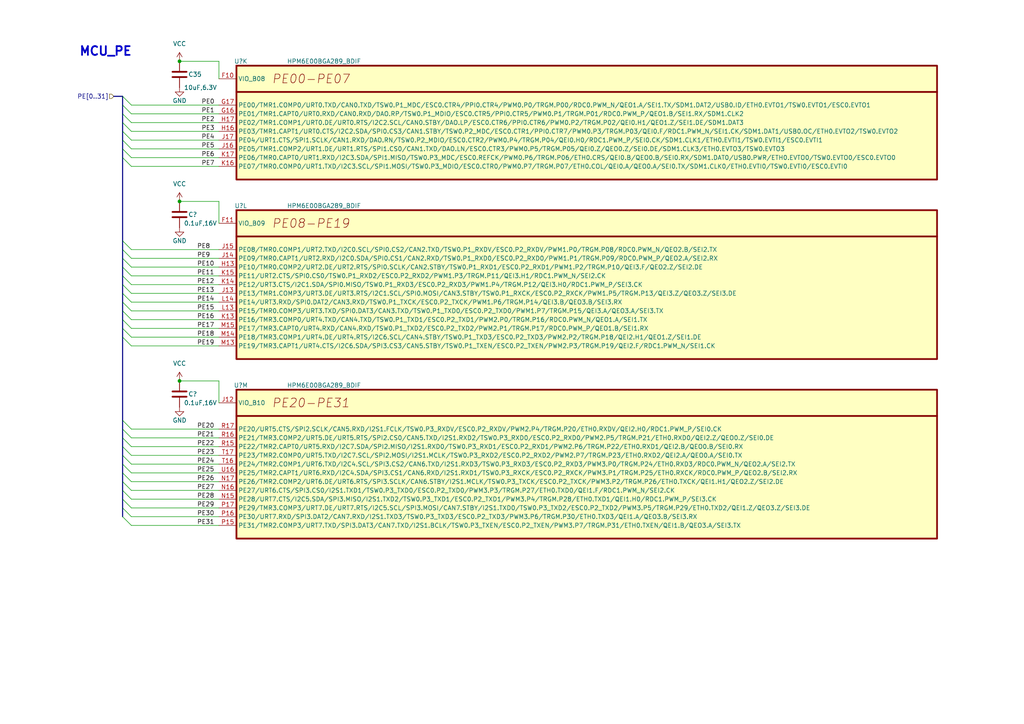
<source format=kicad_sch>
(kicad_sch (version 20230121) (generator eeschema)
  (paper "A4")
  (title_block (title "HPM6E00FULLPORTRevB") (date "2024-09-12") (rev "RevA") (comment 1 "MCU_PE"))
  (junction (at 52.07 17.78))
  (junction (at 52.07 58.42))
  (junction (at 52.07 110.49))
  (bus_entry (at 35.56 85.09) (size 2.54 2.54))
  (bus_entry (at 35.56 30.48) (size 2.54 2.54))
  (bus_entry (at 35.56 77.47) (size 2.54 2.54))
  (bus_entry (at 35.56 92.71) (size 2.54 2.54))
  (bus_entry (at 35.56 142.24) (size 2.54 2.54))
  (bus_entry (at 35.56 33.02) (size 2.54 2.54))
  (bus_entry (at 35.56 137.16) (size 2.54 2.54))
  (bus_entry (at 35.56 27.94) (size 2.54 2.54))
  (bus_entry (at 35.56 90.17) (size 2.54 2.54))
  (bus_entry (at 35.56 43.18) (size 2.54 2.54))
  (bus_entry (at 35.56 69.85) (size 2.54 2.54))
  (bus_entry (at 35.56 149.86) (size 2.54 2.54))
  (bus_entry (at 35.56 87.63) (size 2.54 2.54))
  (bus_entry (at 35.56 129.54) (size 2.54 2.54))
  (bus_entry (at 35.56 40.64) (size 2.54 2.54))
  (bus_entry (at 35.56 35.56) (size 2.54 2.54))
  (bus_entry (at 35.56 82.55) (size 2.54 2.54))
  (bus_entry (at 35.56 132.08) (size 2.54 2.54))
  (bus_entry (at 35.56 134.62) (size 2.54 2.54))
  (bus_entry (at 35.56 144.78) (size 2.54 2.54))
  (bus_entry (at 35.56 80.01) (size 2.54 2.54))
  (bus_entry (at 35.56 72.39) (size 2.54 2.54))
  (bus_entry (at 35.56 97.79) (size 2.54 2.54))
  (bus_entry (at 35.56 121.92) (size 2.54 2.54))
  (bus_entry (at 35.56 147.32) (size 2.54 2.54))
  (bus_entry (at 35.56 139.7) (size 2.54 2.54))
  (bus_entry (at 35.56 124.46) (size 2.54 2.54))
  (bus_entry (at 35.56 95.25) (size 2.54 2.54))
  (bus_entry (at 35.56 45.72) (size 2.54 2.54))
  (bus_entry (at 35.56 38.1) (size 2.54 2.54))
  (bus_entry (at 35.56 127) (size 2.54 2.54))
  (bus_entry (at 35.56 74.93) (size 2.54 2.54))
  (wire (pts (xy 38.1 48.26) (xy 63.5 48.26)))
  (wire (pts (xy 38.1 40.64) (xy 63.5 40.64)))
  (bus (pts (xy 35.56 33.02) (xy 35.56 35.56)))
  (wire (pts (xy 38.1 35.56) (xy 63.5 35.56)))
  (wire (pts (xy 38.1 129.54) (xy 63.5 129.54)))
  (wire (pts (xy 63.5 58.42) (xy 63.5 64.77)))
  (wire (pts (xy 38.1 38.1) (xy 63.5 38.1)))
  (bus (pts (xy 35.56 121.92) (xy 35.56 124.46)))
  (bus (pts (xy 35.56 124.46) (xy 35.56 127)))
  (wire (pts (xy 38.1 100.33) (xy 63.5 100.33)))
  (wire (pts (xy 38.1 85.09) (xy 63.5 85.09)))
  (bus (pts (xy 35.56 72.39) (xy 35.56 74.93)))
  (bus (pts (xy 35.56 87.63) (xy 35.56 90.17)))
  (bus (pts (xy 35.56 132.08) (xy 35.56 134.62)))
  (wire (pts (xy 38.1 30.48) (xy 63.5 30.48)))
  (bus (pts (xy 35.56 38.1) (xy 35.56 40.64)))
  (wire (pts (xy 38.1 144.78) (xy 63.5 144.78)))
  (wire (pts (xy 63.5 110.49) (xy 63.5 116.84)))
  (bus (pts (xy 35.56 69.85) (xy 35.56 72.39)))
  (bus (pts (xy 35.56 74.93) (xy 35.56 77.47)))
  (bus (pts (xy 35.56 27.94) (xy 35.56 30.48)))
  (wire (pts (xy 38.1 147.32) (xy 63.5 147.32)))
  (bus (pts (xy 33.02 27.94) (xy 35.56 27.94)))
  (wire (pts (xy 38.1 95.25) (xy 63.5 95.25)))
  (bus (pts (xy 35.56 97.79) (xy 35.56 121.92)))
  (bus (pts (xy 35.56 129.54) (xy 35.56 132.08)))
  (bus (pts (xy 35.56 92.71) (xy 35.56 95.25)))
  (bus (pts (xy 35.56 40.64) (xy 35.56 43.18)))
  (wire (pts (xy 38.1 137.16) (xy 63.5 137.16)))
  (wire (pts (xy 38.1 72.39) (xy 63.5 72.39)))
  (wire (pts (xy 38.1 82.55) (xy 63.5 82.55)))
  (wire (pts (xy 38.1 92.71) (xy 63.5 92.71)))
  (wire (pts (xy 38.1 132.08) (xy 63.5 132.08)))
  (wire (pts (xy 63.5 110.49) (xy 52.07 110.49)))
  (bus (pts (xy 35.56 80.01) (xy 35.56 82.55)))
  (bus (pts (xy 35.56 77.47) (xy 35.56 80.01)))
  (wire (pts (xy 38.1 127) (xy 63.5 127)))
  (wire (pts (xy 38.1 90.17) (xy 63.5 90.17)))
  (wire (pts (xy 38.1 43.18) (xy 63.5 43.18)))
  (wire (pts (xy 63.5 17.78) (xy 52.07 17.78)))
  (bus (pts (xy 35.56 90.17) (xy 35.56 92.71)))
  (wire (pts (xy 38.1 33.02) (xy 63.5 33.02)))
  (wire (pts (xy 63.5 17.78) (xy 63.5 22.86)))
  (wire (pts (xy 38.1 152.4) (xy 63.5 152.4)))
  (bus (pts (xy 35.56 127) (xy 35.56 129.54)))
  (wire (pts (xy 38.1 149.86) (xy 63.5 149.86)))
  (bus (pts (xy 35.56 82.55) (xy 35.56 85.09)))
  (bus (pts (xy 35.56 147.32) (xy 35.56 149.86)))
  (wire (pts (xy 38.1 134.62) (xy 63.5 134.62)))
  (bus (pts (xy 35.56 139.7) (xy 35.56 142.24)))
  (wire (pts (xy 38.1 142.24) (xy 63.5 142.24)))
  (bus (pts (xy 35.56 85.09) (xy 35.56 87.63)))
  (bus (pts (xy 35.56 142.24) (xy 35.56 144.78)))
  (bus (pts (xy 35.56 45.72) (xy 35.56 69.85)))
  (wire (pts (xy 38.1 80.01) (xy 63.5 80.01)))
  (bus (pts (xy 35.56 144.78) (xy 35.56 147.32)))
  (wire (pts (xy 38.1 124.46) (xy 63.5 124.46)))
  (bus (pts (xy 35.56 95.25) (xy 35.56 97.79)))
  (wire (pts (xy 38.1 87.63) (xy 63.5 87.63)))
  (bus (pts (xy 35.56 134.62) (xy 35.56 137.16)))
  (bus (pts (xy 35.56 43.18) (xy 35.56 45.72)))
  (wire (pts (xy 63.5 58.42) (xy 52.07 58.42)))
  (wire (pts (xy 38.1 74.93) (xy 63.5 74.93)))
  (bus (pts (xy 35.56 30.48) (xy 35.56 33.02)))
  (wire (pts (xy 38.1 45.72) (xy 63.5 45.72)))
  (bus (pts (xy 35.56 137.16) (xy 35.56 139.7)))
  (bus (pts (xy 35.56 35.56) (xy 35.56 38.1)))
  (wire (pts (xy 38.1 77.47) (xy 63.5 77.47)))
  (wire (pts (xy 38.1 97.79) (xy 63.5 97.79)))
  (wire (pts (xy 38.1 139.7) (xy 63.5 139.7)))
  (text "MCU_PE" (at 22.86 16.51 0) (effects (font (size 2.54 2.54) (thickness 0.508) bold) (justify left bottom)))
  (label "PE7" (at 58.42 48.26 0))
  (label "PE4" (at 58.42 40.64 0))
  (label "PE14" (at 57.15 87.63 0))
  (label "PE22" (at 57.15 129.54 0))
  (label "PE8" (at 57.15 72.39 0))
  (label "PE12" (at 57.15 82.55 0))
  (label "PE24" (at 57.15 134.62 0))
  (label "PE31" (at 57.15 152.4 0))
  (label "PE28" (at 57.15 144.78 0))
  (label "PE16" (at 57.15 92.71 0))
  (label "PE29" (at 57.15 147.32 0))
  (label "PE19" (at 57.15 100.33 0))
  (label "PE27" (at 57.15 142.24 0))
  (label "PE20" (at 57.15 124.46 0))
  (label "PE0" (at 58.42 30.48 0))
  (label "PE6" (at 58.42 45.72 0))
  (label "PE30" (at 57.15 149.86 0))
  (label "PE25" (at 57.15 137.16 0))
  (label "PE18" (at 57.15 97.79 0))
  (label "PE21" (at 57.15 127 0))
  (label "PE1" (at 58.42 33.02 0))
  (label "PE5" (at 58.42 43.18 0))
  (label "PE13" (at 57.15 85.09 0))
  (label "PE11" (at 57.15 80.01 0))
  (label "PE15" (at 57.15 90.17 0))
  (label "PE2" (at 58.42 35.56 0))
  (label "PE17" (at 57.15 95.25 0))
  (label "PE9" (at 57.15 74.93 0))
  (label "PE3" (at 58.42 38.1 0))
  (label "PE23" (at 57.15 132.08 0))
  (label "PE26" (at 57.15 139.7 0))
  (label "PE10" (at 57.15 77.47 0))
  (hierarchical_label "PE[0..31]" (shape input) (at 33.02 27.94 180))
  (symbol (lib_id "00_HPM_power:VCC") (at 52.07 110.49 0) (unit 1)
    (property "Reference" "#PWR?" (effects hide))
    (property "Value" "VCC" (at 52.07 105.41 0))
    (instances (project "HPM6E00FULLPORTRevB" (path "" (reference "#PWR?") (unit 1)) (path "" (reference "#PWR072") (unit 1))))
  )
  (symbol (lib_id "99_HPM:HPM6E00BGA289_BDIF") (at 68.58 113.03 0) (unit 13)
    (property "Reference" "U?" (at 69.85 111.76 0))
    (property "Value" "HPM6E00BGA289_BDIF" (at 93.98 111.76 0))
    (property "Footprint" "00_HPM_Library:BGA-289_17x17_14.0x14.0mm" (effects hide))
    (instances (project "HPM6E00 SKT Board BGA289_BDIF REVA" (path "" (reference "U?") (unit 13))) (project "HPM6E00FULLPORTRevB" (path "" (reference "U?") (unit 13)) (path "" (reference "U2") (unit 13))))
  )
  (symbol (lib_id "99_HPM:HPM6E00BGA289_BDIF") (at 68.58 60.96 0) (unit 12)
    (property "Reference" "U?" (at 69.85 59.69 0))
    (property "Value" "HPM6E00BGA289_BDIF" (at 93.98 59.69 0))
    (property "Footprint" "00_HPM_Library:BGA-289_17x17_14.0x14.0mm" (effects hide))
    (instances (project "HPM6E00 SKT Board BGA289_BDIF REVA" (path "" (reference "U?") (unit 12))) (project "HPM6E00FULLPORTRevB" (path "" (reference "U?") (unit 12)) (path "" (reference "U2") (unit 12))))
  )
  (symbol (lib_id "power:GND") (at 52.07 118.11 0) (unit 1)
    (property "Reference" "#PWR?" (effects hide))
    (property "Value" "GND" (at 50.038 121.92 0) (effects (justify left)))
    (instances (project "HPM6E00 SKT Board BGA289_BDIF REVA" (path "" (reference "#PWR?") (unit 1)) (path "" (reference "#PWR?") (unit 1))) (project "HPM5300-CON-JTAG" (path "" (reference "#PWR?") (unit 1))) (project "HPM6E00FULLPORTRevB" (path "" (reference "#PWR?") (unit 1)) (path "" (reference "#PWR?") (unit 1)) (path "" (reference "#PWR?") (unit 1)) (path "" (reference "#PWR075") (unit 1))) (project "HPM5300 SKT Board LQFP100 REVA" (path "" (reference "#PWR?") (unit 1))))
  )
  (symbol (lib_id "03_HPM_Capacitance:10uF,6.3V_0402") (at 52.07 21.59 0) (unit 1)
    (property "Reference" "C35" (at 54.61 21.59 0) (effects (justify left)))
    (property "Value" "10uF,6.3V" (at 53.34 25.4 0) (effects (justify left)))
    (property "Footprint" "03_HPM_Capacitance:C_0402_1005Metric" (effects hide))
    (property "Model" "CL05A106MQ5NUNC" (effects hide))
    (property "Company" " SAMSUNG(三星)" (effects hide))
    (instances (project "HPM6E00FULLPORTRevB" (path "" (reference "C35") (unit 1)) (path "" (reference "C36") (unit 1))))
  )
  (symbol (lib_id "00_HPM_power:VCC") (at 52.07 58.42 0) (unit 1)
    (property "Reference" "#PWR?" (effects hide))
    (property "Value" "VCC" (at 52.07 53.34 0))
    (instances (project "HPM6E00FULLPORTRevB" (path "" (reference "#PWR?") (unit 1)) (path "" (reference "#PWR071") (unit 1))))
  )
  (symbol (lib_id "99_HPM:HPM6E00BGA289_BDIF") (at 68.58 19.05 0) (unit 11)
    (property "Reference" "U?" (at 69.85 17.78 0))
    (property "Value" "HPM6E00BGA289_BDIF" (at 93.98 17.78 0))
    (property "Footprint" "00_HPM_Library:BGA-289_17x17_14.0x14.0mm" (effects hide))
    (instances (project "HPM6E00 SKT Board BGA289_BDIF REVA" (path "" (reference "U?") (unit 11))) (project "HPM6E00FULLPORTRevB" (path "" (reference "U?") (unit 11)) (path "" (reference "U2") (unit 11))))
  )
  (symbol (lib_id "03_HPM_Capacitance:0.1uF,16V_0402") (at 52.07 62.23 0) (unit 1)
    (property "Reference" "C?" (at 54.61 62.23 0) (effects (justify left)))
    (property "Value" "0.1uF,16V" (at 53.34 64.77 0) (effects (justify left)))
    (property "Footprint" "03_HPM_Capacitance:C_0402_1005Metric" (effects hide))
    (property "Model" "CL05B104KO5NNNC" (effects hide))
    (property "Company" "SAMSUNG(三星)" (effects hide))
    (instances (project "HPM5300-USB-OSC" (path "" (reference "C?") (unit 1))) (project "HPM6E00 SKT Board BGA289_BDIF REVA" (path "" (reference "C?") (unit 1)) (path "" (reference "C?") (unit 1)) (path "" (reference "C?") (unit 1))) (project "HPM6E00FULLPORTRevB" (path "" (reference "C?") (unit 1)) (path "" (reference "C?") (unit 1)) (path "" (reference "C?") (unit 1)) (path "" (reference "C37") (unit 1))) (project "HPM5300 SKT Board LQFP100 REVA" (path "" (reference "C?") (unit 1))))
  )
  (symbol (lib_id "power:GND") (at 52.07 66.04 0) (unit 1)
    (property "Reference" "#PWR?" (effects hide))
    (property "Value" "GND" (at 50.038 69.85 0) (effects (justify left)))
    (instances (project "HPM6E00 SKT Board BGA289_BDIF REVA" (path "" (reference "#PWR?") (unit 1)) (path "" (reference "#PWR?") (unit 1))) (project "HPM5300-CON-JTAG" (path "" (reference "#PWR?") (unit 1))) (project "HPM6E00FULLPORTRevB" (path "" (reference "#PWR?") (unit 1)) (path "" (reference "#PWR?") (unit 1)) (path "" (reference "#PWR?") (unit 1)) (path "" (reference "#PWR074") (unit 1))) (project "HPM5300 SKT Board LQFP100 REVA" (path "" (reference "#PWR?") (unit 1))))
  )
  (symbol (lib_id "03_HPM_Capacitance:0.1uF,16V_0402") (at 52.07 114.3 0) (unit 1)
    (property "Reference" "C?" (at 54.61 114.3 0) (effects (justify left)))
    (property "Value" "0.1uF,16V" (at 53.34 116.84 0) (effects (justify left)))
    (property "Footprint" "03_HPM_Capacitance:C_0402_1005Metric" (effects hide))
    (property "Model" "CL05B104KO5NNNC" (effects hide))
    (property "Company" "SAMSUNG(三星)" (effects hide))
    (instances (project "HPM5300-USB-OSC" (path "" (reference "C?") (unit 1))) (project "HPM6E00 SKT Board BGA289_BDIF REVA" (path "" (reference "C?") (unit 1)) (path "" (reference "C?") (unit 1)) (path "" (reference "C?") (unit 1))) (project "HPM6E00FULLPORTRevB" (path "" (reference "C?") (unit 1)) (path "" (reference "C?") (unit 1)) (path "" (reference "C?") (unit 1)) (path "" (reference "C38") (unit 1))) (project "HPM5300 SKT Board LQFP100 REVA" (path "" (reference "C?") (unit 1))))
  )
  (symbol (lib_id "power:GND") (at 52.07 25.4 0) (unit 1)
    (property "Reference" "#PWR?" (effects hide))
    (property "Value" "GND" (at 50.038 29.21 0) (effects (justify left)))
    (instances (project "HPM6E00 SKT Board BGA289_BDIF REVA" (path "" (reference "#PWR?") (unit 1)) (path "" (reference "#PWR?") (unit 1))) (project "HPM5300-CON-JTAG" (path "" (reference "#PWR?") (unit 1))) (project "HPM6E00FULLPORTRevB" (path "" (reference "#PWR?") (unit 1)) (path "" (reference "#PWR?") (unit 1)) (path "" (reference "#PWR?") (unit 1)) (path "" (reference "#PWR073") (unit 1))) (project "HPM5300 SKT Board LQFP100 REVA" (path "" (reference "#PWR?") (unit 1))))
  )
  (symbol (lib_id "00_HPM_power:VCC") (at 52.07 17.78 0) (unit 1)
    (property "Reference" "#PWR?" (effects hide))
    (property "Value" "VCC" (at 52.07 12.7 0))
    (instances (project "HPM6E00FULLPORTRevB" (path "" (reference "#PWR?") (unit 1)) (path "" (reference "#PWR070") (unit 1))))
  )
)
</source>
